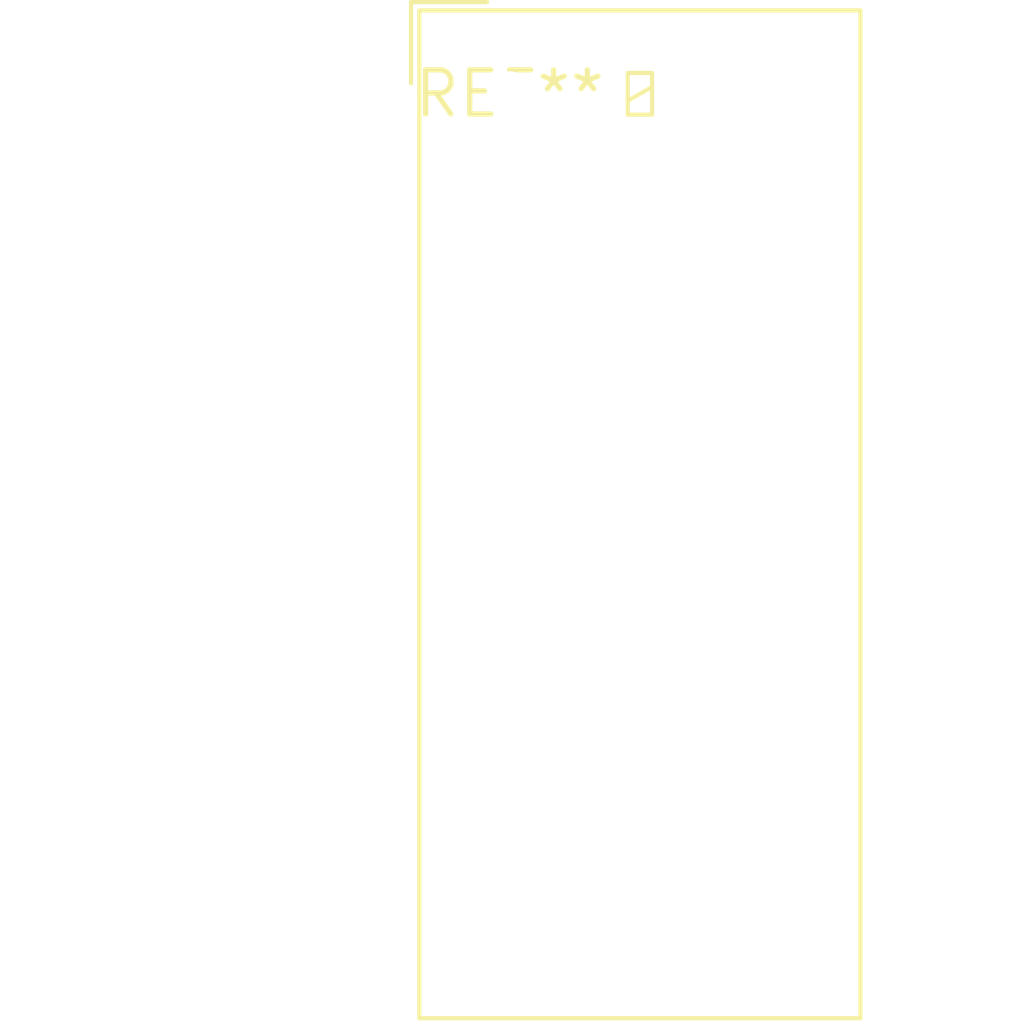
<source format=kicad_pcb>
(kicad_pcb (version 20240108) (generator pcbnew)
  (layers (0 "F.Cu" signal) (31 "B.Cu" signal) (34 "B.Paste" user) (35 "F.Paste" user) (36 "B.SilkS" user "B.Silkscreen") (37 "F.SilkS" user "F.Silkscreen") (38 "B.Mask" user) (39 "F.Mask" user) (44 "Edge.Cuts" user))
  (net 0 "")
  (footprint "Relay_SPDT_Omron_G2RL-1-E" (layer "F.Cu") (at 0 0)
    (property "Reference" "REF**")
    (property "Value" "Relay_SPDT_Omron_G2RL-1-E")
    (fp_line (start -2.84 -2.64) (end -0.65 -2.64) (layer "F.SilkS") (stroke (width 0.12)))
    (fp_line (start -2.84 -0.3) (end -2.84 -2.64) (layer "F.SilkS") (stroke (width 0.12)))
    (fp_line (start -2.6 -2.4) (end -2.6 26.6) (layer "F.SilkS") (stroke (width 0.12)))
    (fp_line (start -2.6 26.6) (end 10.1 26.6) (layer "F.SilkS") (stroke (width 0.12)))
    (fp_line (start 3.4 -0.6) (end 3.4 0.6) (layer "F.SilkS") (stroke (width 0.12)))
    (fp_line (start 3.4 0.2) (end 4.1 -0.2) (layer "F.SilkS") (stroke (width 0.12)))
    (fp_line (start 3.4 0.6) (end 4.1 0.6) (layer "F.SilkS") (stroke (width 0.12)))
    (fp_line (start 4.1 -0.6) (end 3.4 -0.6) (layer "F.SilkS") (stroke (width 0.12)))
    (fp_line (start 4.1 0.6) (end 4.1 -0.6) (layer "F.SilkS") (stroke (width 0.12)))
    (fp_line (start 10.1 -2.4) (end -2.6 -2.4) (layer "F.SilkS") (stroke (width 0.12)))
    (fp_line (start 10.1 26.6) (end 10.1 -2.4) (layer "F.SilkS") (stroke (width 0.12)))
    (pad "11" thru_hole circle (at 0 20) (size 2 2) (drill 1.3) (layers *.Cu *.Mask) (remove_unused_layers))
    (pad "11" thru_hole circle (at 7.5 20) (size 2 2) (drill 1.3) (layers *.Cu *.Mask) (remove_unused_layers))
    (pad "12" thru_hole circle (at 0 15) (size 2 2) (drill 1.3) (layers *.Cu *.Mask) (remove_unused_layers))
    (pad "12" thru_hole circle (at 7.5 15) (size 2 2) (drill 1.3) (layers *.Cu *.Mask) (remove_unused_layers))
    (pad "14" thru_hole circle (at 0 25) (size 2 2) (drill 1.3) (layers *.Cu *.Mask) (remove_unused_layers))
    (pad "14" thru_hole circle (at 7.5 25) (size 2 2) (drill 1.3) (layers *.Cu *.Mask) (remove_unused_layers))
    (pad "A1" thru_hole rect (at 0 0) (size 2 2) (drill 1.3) (layers *.Cu *.Mask) (remove_unused_layers))
    (pad "A2" thru_hole circle (at 7.5 0) (size 2 2) (drill 1.3) (layers *.Cu *.Mask) (remove_unused_layers))
  )
)
</source>
